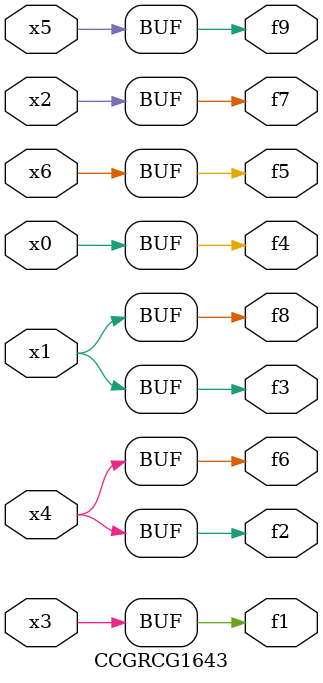
<source format=v>
module CCGRCG1643(
	input x0, x1, x2, x3, x4, x5, x6,
	output f1, f2, f3, f4, f5, f6, f7, f8, f9
);
	assign f1 = x3;
	assign f2 = x4;
	assign f3 = x1;
	assign f4 = x0;
	assign f5 = x6;
	assign f6 = x4;
	assign f7 = x2;
	assign f8 = x1;
	assign f9 = x5;
endmodule

</source>
